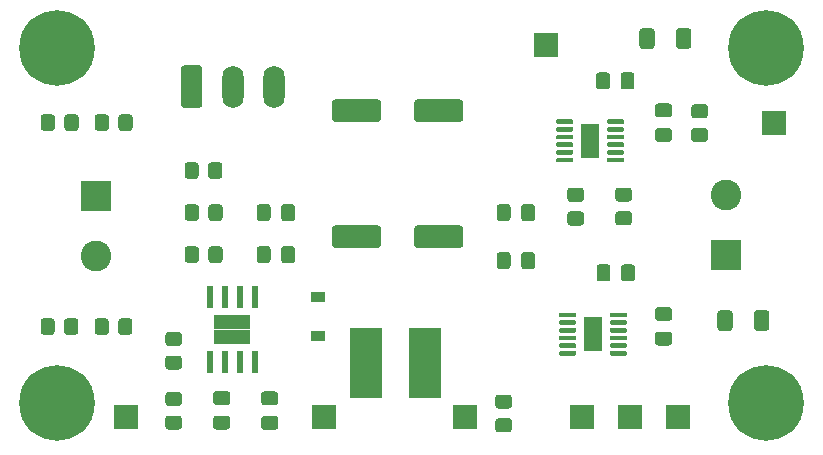
<source format=gts>
%TF.GenerationSoftware,KiCad,Pcbnew,5.1.10*%
%TF.CreationDate,2021-11-24T11:16:06-05:00*%
%TF.ProjectId,power_board,706f7765-725f-4626-9f61-72642e6b6963,rev?*%
%TF.SameCoordinates,Original*%
%TF.FileFunction,Soldermask,Top*%
%TF.FilePolarity,Negative*%
%FSLAX46Y46*%
G04 Gerber Fmt 4.6, Leading zero omitted, Abs format (unit mm)*
G04 Created by KiCad (PCBNEW 5.1.10) date 2021-11-24 11:16:06*
%MOMM*%
%LPD*%
G01*
G04 APERTURE LIST*
%ADD10C,6.400000*%
%ADD11R,1.650000X2.850000*%
%ADD12R,0.610000X1.910000*%
%ADD13R,1.550000X1.205000*%
%ADD14R,2.000000X2.000000*%
%ADD15R,2.700000X6.000000*%
%ADD16O,1.800000X3.600000*%
%ADD17C,2.600000*%
%ADD18R,2.600000X2.600000*%
%ADD19R,1.200000X0.900000*%
G04 APERTURE END LIST*
D10*
%TO.C,REF\u002A\u002A*%
X167000000Y-92250000D03*
%TD*%
%TO.C,REF\u002A\u002A*%
X167000000Y-122250000D03*
%TD*%
%TO.C,REF\u002A\u002A*%
X107000000Y-122250000D03*
%TD*%
%TO.C,REF\u002A\u002A*%
X107000000Y-92250000D03*
%TD*%
%TO.C,R12*%
G36*
G01*
X154489999Y-104048000D02*
X155390001Y-104048000D01*
G75*
G02*
X155640000Y-104297999I0J-249999D01*
G01*
X155640000Y-104998001D01*
G75*
G02*
X155390001Y-105248000I-249999J0D01*
G01*
X154489999Y-105248000D01*
G75*
G02*
X154240000Y-104998001I0J249999D01*
G01*
X154240000Y-104297999D01*
G75*
G02*
X154489999Y-104048000I249999J0D01*
G01*
G37*
G36*
G01*
X154489999Y-106048000D02*
X155390001Y-106048000D01*
G75*
G02*
X155640000Y-106297999I0J-249999D01*
G01*
X155640000Y-106998001D01*
G75*
G02*
X155390001Y-107248000I-249999J0D01*
G01*
X154489999Y-107248000D01*
G75*
G02*
X154240000Y-106998001I0J249999D01*
G01*
X154240000Y-106297999D01*
G75*
G02*
X154489999Y-106048000I249999J0D01*
G01*
G37*
%TD*%
%TO.C,C11*%
G36*
G01*
X155857700Y-94546400D02*
X155857700Y-95496400D01*
G75*
G02*
X155607700Y-95746400I-250000J0D01*
G01*
X154932700Y-95746400D01*
G75*
G02*
X154682700Y-95496400I0J250000D01*
G01*
X154682700Y-94546400D01*
G75*
G02*
X154932700Y-94296400I250000J0D01*
G01*
X155607700Y-94296400D01*
G75*
G02*
X155857700Y-94546400I0J-250000D01*
G01*
G37*
G36*
G01*
X153782700Y-94546400D02*
X153782700Y-95496400D01*
G75*
G02*
X153532700Y-95746400I-250000J0D01*
G01*
X152857700Y-95746400D01*
G75*
G02*
X152607700Y-95496400I0J250000D01*
G01*
X152607700Y-94546400D01*
G75*
G02*
X152857700Y-94296400I250000J0D01*
G01*
X153532700Y-94296400D01*
G75*
G02*
X153782700Y-94546400I0J-250000D01*
G01*
G37*
%TD*%
%TO.C,C9*%
G36*
G01*
X158793200Y-117427500D02*
X157843200Y-117427500D01*
G75*
G02*
X157593200Y-117177500I0J250000D01*
G01*
X157593200Y-116502500D01*
G75*
G02*
X157843200Y-116252500I250000J0D01*
G01*
X158793200Y-116252500D01*
G75*
G02*
X159043200Y-116502500I0J-250000D01*
G01*
X159043200Y-117177500D01*
G75*
G02*
X158793200Y-117427500I-250000J0D01*
G01*
G37*
G36*
G01*
X158793200Y-115352500D02*
X157843200Y-115352500D01*
G75*
G02*
X157593200Y-115102500I0J250000D01*
G01*
X157593200Y-114427500D01*
G75*
G02*
X157843200Y-114177500I250000J0D01*
G01*
X158793200Y-114177500D01*
G75*
G02*
X159043200Y-114427500I0J-250000D01*
G01*
X159043200Y-115102500D01*
G75*
G02*
X158793200Y-115352500I-250000J0D01*
G01*
G37*
%TD*%
%TO.C,C12*%
G36*
G01*
X155900700Y-110802400D02*
X155900700Y-111752400D01*
G75*
G02*
X155650700Y-112002400I-250000J0D01*
G01*
X154975700Y-112002400D01*
G75*
G02*
X154725700Y-111752400I0J250000D01*
G01*
X154725700Y-110802400D01*
G75*
G02*
X154975700Y-110552400I250000J0D01*
G01*
X155650700Y-110552400D01*
G75*
G02*
X155900700Y-110802400I0J-250000D01*
G01*
G37*
G36*
G01*
X153825700Y-110802400D02*
X153825700Y-111752400D01*
G75*
G02*
X153575700Y-112002400I-250000J0D01*
G01*
X152900700Y-112002400D01*
G75*
G02*
X152650700Y-111752400I0J250000D01*
G01*
X152650700Y-110802400D01*
G75*
G02*
X152900700Y-110552400I250000J0D01*
G01*
X153575700Y-110552400D01*
G75*
G02*
X153825700Y-110802400I0J-250000D01*
G01*
G37*
%TD*%
%TO.C,C10*%
G36*
G01*
X144192500Y-110711000D02*
X144192500Y-109761000D01*
G75*
G02*
X144442500Y-109511000I250000J0D01*
G01*
X145117500Y-109511000D01*
G75*
G02*
X145367500Y-109761000I0J-250000D01*
G01*
X145367500Y-110711000D01*
G75*
G02*
X145117500Y-110961000I-250000J0D01*
G01*
X144442500Y-110961000D01*
G75*
G02*
X144192500Y-110711000I0J250000D01*
G01*
G37*
G36*
G01*
X146267500Y-110711000D02*
X146267500Y-109761000D01*
G75*
G02*
X146517500Y-109511000I250000J0D01*
G01*
X147192500Y-109511000D01*
G75*
G02*
X147442500Y-109761000I0J-250000D01*
G01*
X147442500Y-110711000D01*
G75*
G02*
X147192500Y-110961000I-250000J0D01*
G01*
X146517500Y-110961000D01*
G75*
G02*
X146267500Y-110711000I0J250000D01*
G01*
G37*
%TD*%
%TO.C,C7*%
G36*
G01*
X144192500Y-106647000D02*
X144192500Y-105697000D01*
G75*
G02*
X144442500Y-105447000I250000J0D01*
G01*
X145117500Y-105447000D01*
G75*
G02*
X145367500Y-105697000I0J-250000D01*
G01*
X145367500Y-106647000D01*
G75*
G02*
X145117500Y-106897000I-250000J0D01*
G01*
X144442500Y-106897000D01*
G75*
G02*
X144192500Y-106647000I0J250000D01*
G01*
G37*
G36*
G01*
X146267500Y-106647000D02*
X146267500Y-105697000D01*
G75*
G02*
X146517500Y-105447000I250000J0D01*
G01*
X147192500Y-105447000D01*
G75*
G02*
X147442500Y-105697000I0J-250000D01*
G01*
X147442500Y-106647000D01*
G75*
G02*
X147192500Y-106897000I-250000J0D01*
G01*
X146517500Y-106897000D01*
G75*
G02*
X146267500Y-106647000I0J250000D01*
G01*
G37*
%TD*%
%TO.C,C2*%
G36*
G01*
X123872500Y-110203000D02*
X123872500Y-109253000D01*
G75*
G02*
X124122500Y-109003000I250000J0D01*
G01*
X124797500Y-109003000D01*
G75*
G02*
X125047500Y-109253000I0J-250000D01*
G01*
X125047500Y-110203000D01*
G75*
G02*
X124797500Y-110453000I-250000J0D01*
G01*
X124122500Y-110453000D01*
G75*
G02*
X123872500Y-110203000I0J250000D01*
G01*
G37*
G36*
G01*
X125947500Y-110203000D02*
X125947500Y-109253000D01*
G75*
G02*
X126197500Y-109003000I250000J0D01*
G01*
X126872500Y-109003000D01*
G75*
G02*
X127122500Y-109253000I0J-250000D01*
G01*
X127122500Y-110203000D01*
G75*
G02*
X126872500Y-110453000I-250000J0D01*
G01*
X126197500Y-110453000D01*
G75*
G02*
X125947500Y-110203000I0J250000D01*
G01*
G37*
%TD*%
%TO.C,C1*%
G36*
G01*
X125947500Y-106647000D02*
X125947500Y-105697000D01*
G75*
G02*
X126197500Y-105447000I250000J0D01*
G01*
X126872500Y-105447000D01*
G75*
G02*
X127122500Y-105697000I0J-250000D01*
G01*
X127122500Y-106647000D01*
G75*
G02*
X126872500Y-106897000I-250000J0D01*
G01*
X126197500Y-106897000D01*
G75*
G02*
X125947500Y-106647000I0J250000D01*
G01*
G37*
G36*
G01*
X123872500Y-106647000D02*
X123872500Y-105697000D01*
G75*
G02*
X124122500Y-105447000I250000J0D01*
G01*
X124797500Y-105447000D01*
G75*
G02*
X125047500Y-105697000I0J-250000D01*
G01*
X125047500Y-106647000D01*
G75*
G02*
X124797500Y-106897000I-250000J0D01*
G01*
X124122500Y-106897000D01*
G75*
G02*
X123872500Y-106647000I0J250000D01*
G01*
G37*
%TD*%
D11*
%TO.C,U3*%
X152349200Y-116458400D03*
G36*
G01*
X153774200Y-114933400D02*
X153774200Y-114733400D01*
G75*
G02*
X153874200Y-114633400I100000J0D01*
G01*
X155124200Y-114633400D01*
G75*
G02*
X155224200Y-114733400I0J-100000D01*
G01*
X155224200Y-114933400D01*
G75*
G02*
X155124200Y-115033400I-100000J0D01*
G01*
X153874200Y-115033400D01*
G75*
G02*
X153774200Y-114933400I0J100000D01*
G01*
G37*
G36*
G01*
X153774200Y-115583400D02*
X153774200Y-115383400D01*
G75*
G02*
X153874200Y-115283400I100000J0D01*
G01*
X155124200Y-115283400D01*
G75*
G02*
X155224200Y-115383400I0J-100000D01*
G01*
X155224200Y-115583400D01*
G75*
G02*
X155124200Y-115683400I-100000J0D01*
G01*
X153874200Y-115683400D01*
G75*
G02*
X153774200Y-115583400I0J100000D01*
G01*
G37*
G36*
G01*
X153774200Y-116233400D02*
X153774200Y-116033400D01*
G75*
G02*
X153874200Y-115933400I100000J0D01*
G01*
X155124200Y-115933400D01*
G75*
G02*
X155224200Y-116033400I0J-100000D01*
G01*
X155224200Y-116233400D01*
G75*
G02*
X155124200Y-116333400I-100000J0D01*
G01*
X153874200Y-116333400D01*
G75*
G02*
X153774200Y-116233400I0J100000D01*
G01*
G37*
G36*
G01*
X153774200Y-116883400D02*
X153774200Y-116683400D01*
G75*
G02*
X153874200Y-116583400I100000J0D01*
G01*
X155124200Y-116583400D01*
G75*
G02*
X155224200Y-116683400I0J-100000D01*
G01*
X155224200Y-116883400D01*
G75*
G02*
X155124200Y-116983400I-100000J0D01*
G01*
X153874200Y-116983400D01*
G75*
G02*
X153774200Y-116883400I0J100000D01*
G01*
G37*
G36*
G01*
X153774200Y-117533400D02*
X153774200Y-117333400D01*
G75*
G02*
X153874200Y-117233400I100000J0D01*
G01*
X155124200Y-117233400D01*
G75*
G02*
X155224200Y-117333400I0J-100000D01*
G01*
X155224200Y-117533400D01*
G75*
G02*
X155124200Y-117633400I-100000J0D01*
G01*
X153874200Y-117633400D01*
G75*
G02*
X153774200Y-117533400I0J100000D01*
G01*
G37*
G36*
G01*
X153774200Y-118183400D02*
X153774200Y-117983400D01*
G75*
G02*
X153874200Y-117883400I100000J0D01*
G01*
X155124200Y-117883400D01*
G75*
G02*
X155224200Y-117983400I0J-100000D01*
G01*
X155224200Y-118183400D01*
G75*
G02*
X155124200Y-118283400I-100000J0D01*
G01*
X153874200Y-118283400D01*
G75*
G02*
X153774200Y-118183400I0J100000D01*
G01*
G37*
G36*
G01*
X149474200Y-118183400D02*
X149474200Y-117983400D01*
G75*
G02*
X149574200Y-117883400I100000J0D01*
G01*
X150824200Y-117883400D01*
G75*
G02*
X150924200Y-117983400I0J-100000D01*
G01*
X150924200Y-118183400D01*
G75*
G02*
X150824200Y-118283400I-100000J0D01*
G01*
X149574200Y-118283400D01*
G75*
G02*
X149474200Y-118183400I0J100000D01*
G01*
G37*
G36*
G01*
X149474200Y-117533400D02*
X149474200Y-117333400D01*
G75*
G02*
X149574200Y-117233400I100000J0D01*
G01*
X150824200Y-117233400D01*
G75*
G02*
X150924200Y-117333400I0J-100000D01*
G01*
X150924200Y-117533400D01*
G75*
G02*
X150824200Y-117633400I-100000J0D01*
G01*
X149574200Y-117633400D01*
G75*
G02*
X149474200Y-117533400I0J100000D01*
G01*
G37*
G36*
G01*
X149474200Y-116883400D02*
X149474200Y-116683400D01*
G75*
G02*
X149574200Y-116583400I100000J0D01*
G01*
X150824200Y-116583400D01*
G75*
G02*
X150924200Y-116683400I0J-100000D01*
G01*
X150924200Y-116883400D01*
G75*
G02*
X150824200Y-116983400I-100000J0D01*
G01*
X149574200Y-116983400D01*
G75*
G02*
X149474200Y-116883400I0J100000D01*
G01*
G37*
G36*
G01*
X149474200Y-116233400D02*
X149474200Y-116033400D01*
G75*
G02*
X149574200Y-115933400I100000J0D01*
G01*
X150824200Y-115933400D01*
G75*
G02*
X150924200Y-116033400I0J-100000D01*
G01*
X150924200Y-116233400D01*
G75*
G02*
X150824200Y-116333400I-100000J0D01*
G01*
X149574200Y-116333400D01*
G75*
G02*
X149474200Y-116233400I0J100000D01*
G01*
G37*
G36*
G01*
X149474200Y-115583400D02*
X149474200Y-115383400D01*
G75*
G02*
X149574200Y-115283400I100000J0D01*
G01*
X150824200Y-115283400D01*
G75*
G02*
X150924200Y-115383400I0J-100000D01*
G01*
X150924200Y-115583400D01*
G75*
G02*
X150824200Y-115683400I-100000J0D01*
G01*
X149574200Y-115683400D01*
G75*
G02*
X149474200Y-115583400I0J100000D01*
G01*
G37*
G36*
G01*
X149474200Y-114933400D02*
X149474200Y-114733400D01*
G75*
G02*
X149574200Y-114633400I100000J0D01*
G01*
X150824200Y-114633400D01*
G75*
G02*
X150924200Y-114733400I0J-100000D01*
G01*
X150924200Y-114933400D01*
G75*
G02*
X150824200Y-115033400I-100000J0D01*
G01*
X149574200Y-115033400D01*
G75*
G02*
X149474200Y-114933400I0J100000D01*
G01*
G37*
%TD*%
%TO.C,U2*%
X152104200Y-100101400D03*
G36*
G01*
X153529200Y-98576400D02*
X153529200Y-98376400D01*
G75*
G02*
X153629200Y-98276400I100000J0D01*
G01*
X154879200Y-98276400D01*
G75*
G02*
X154979200Y-98376400I0J-100000D01*
G01*
X154979200Y-98576400D01*
G75*
G02*
X154879200Y-98676400I-100000J0D01*
G01*
X153629200Y-98676400D01*
G75*
G02*
X153529200Y-98576400I0J100000D01*
G01*
G37*
G36*
G01*
X153529200Y-99226400D02*
X153529200Y-99026400D01*
G75*
G02*
X153629200Y-98926400I100000J0D01*
G01*
X154879200Y-98926400D01*
G75*
G02*
X154979200Y-99026400I0J-100000D01*
G01*
X154979200Y-99226400D01*
G75*
G02*
X154879200Y-99326400I-100000J0D01*
G01*
X153629200Y-99326400D01*
G75*
G02*
X153529200Y-99226400I0J100000D01*
G01*
G37*
G36*
G01*
X153529200Y-99876400D02*
X153529200Y-99676400D01*
G75*
G02*
X153629200Y-99576400I100000J0D01*
G01*
X154879200Y-99576400D01*
G75*
G02*
X154979200Y-99676400I0J-100000D01*
G01*
X154979200Y-99876400D01*
G75*
G02*
X154879200Y-99976400I-100000J0D01*
G01*
X153629200Y-99976400D01*
G75*
G02*
X153529200Y-99876400I0J100000D01*
G01*
G37*
G36*
G01*
X153529200Y-100526400D02*
X153529200Y-100326400D01*
G75*
G02*
X153629200Y-100226400I100000J0D01*
G01*
X154879200Y-100226400D01*
G75*
G02*
X154979200Y-100326400I0J-100000D01*
G01*
X154979200Y-100526400D01*
G75*
G02*
X154879200Y-100626400I-100000J0D01*
G01*
X153629200Y-100626400D01*
G75*
G02*
X153529200Y-100526400I0J100000D01*
G01*
G37*
G36*
G01*
X153529200Y-101176400D02*
X153529200Y-100976400D01*
G75*
G02*
X153629200Y-100876400I100000J0D01*
G01*
X154879200Y-100876400D01*
G75*
G02*
X154979200Y-100976400I0J-100000D01*
G01*
X154979200Y-101176400D01*
G75*
G02*
X154879200Y-101276400I-100000J0D01*
G01*
X153629200Y-101276400D01*
G75*
G02*
X153529200Y-101176400I0J100000D01*
G01*
G37*
G36*
G01*
X153529200Y-101826400D02*
X153529200Y-101626400D01*
G75*
G02*
X153629200Y-101526400I100000J0D01*
G01*
X154879200Y-101526400D01*
G75*
G02*
X154979200Y-101626400I0J-100000D01*
G01*
X154979200Y-101826400D01*
G75*
G02*
X154879200Y-101926400I-100000J0D01*
G01*
X153629200Y-101926400D01*
G75*
G02*
X153529200Y-101826400I0J100000D01*
G01*
G37*
G36*
G01*
X149229200Y-101826400D02*
X149229200Y-101626400D01*
G75*
G02*
X149329200Y-101526400I100000J0D01*
G01*
X150579200Y-101526400D01*
G75*
G02*
X150679200Y-101626400I0J-100000D01*
G01*
X150679200Y-101826400D01*
G75*
G02*
X150579200Y-101926400I-100000J0D01*
G01*
X149329200Y-101926400D01*
G75*
G02*
X149229200Y-101826400I0J100000D01*
G01*
G37*
G36*
G01*
X149229200Y-101176400D02*
X149229200Y-100976400D01*
G75*
G02*
X149329200Y-100876400I100000J0D01*
G01*
X150579200Y-100876400D01*
G75*
G02*
X150679200Y-100976400I0J-100000D01*
G01*
X150679200Y-101176400D01*
G75*
G02*
X150579200Y-101276400I-100000J0D01*
G01*
X149329200Y-101276400D01*
G75*
G02*
X149229200Y-101176400I0J100000D01*
G01*
G37*
G36*
G01*
X149229200Y-100526400D02*
X149229200Y-100326400D01*
G75*
G02*
X149329200Y-100226400I100000J0D01*
G01*
X150579200Y-100226400D01*
G75*
G02*
X150679200Y-100326400I0J-100000D01*
G01*
X150679200Y-100526400D01*
G75*
G02*
X150579200Y-100626400I-100000J0D01*
G01*
X149329200Y-100626400D01*
G75*
G02*
X149229200Y-100526400I0J100000D01*
G01*
G37*
G36*
G01*
X149229200Y-99876400D02*
X149229200Y-99676400D01*
G75*
G02*
X149329200Y-99576400I100000J0D01*
G01*
X150579200Y-99576400D01*
G75*
G02*
X150679200Y-99676400I0J-100000D01*
G01*
X150679200Y-99876400D01*
G75*
G02*
X150579200Y-99976400I-100000J0D01*
G01*
X149329200Y-99976400D01*
G75*
G02*
X149229200Y-99876400I0J100000D01*
G01*
G37*
G36*
G01*
X149229200Y-99226400D02*
X149229200Y-99026400D01*
G75*
G02*
X149329200Y-98926400I100000J0D01*
G01*
X150579200Y-98926400D01*
G75*
G02*
X150679200Y-99026400I0J-100000D01*
G01*
X150679200Y-99226400D01*
G75*
G02*
X150579200Y-99326400I-100000J0D01*
G01*
X149329200Y-99326400D01*
G75*
G02*
X149229200Y-99226400I0J100000D01*
G01*
G37*
G36*
G01*
X149229200Y-98576400D02*
X149229200Y-98376400D01*
G75*
G02*
X149329200Y-98276400I100000J0D01*
G01*
X150579200Y-98276400D01*
G75*
G02*
X150679200Y-98376400I0J-100000D01*
G01*
X150679200Y-98576400D01*
G75*
G02*
X150579200Y-98676400I-100000J0D01*
G01*
X149329200Y-98676400D01*
G75*
G02*
X149229200Y-98576400I0J100000D01*
G01*
G37*
%TD*%
D12*
%TO.C,U1*%
X123698000Y-113284000D03*
X122428000Y-113284000D03*
X121158000Y-113284000D03*
X119888000Y-113284000D03*
X119888000Y-118844000D03*
X121158000Y-118844000D03*
X122428000Y-118844000D03*
X123698000Y-118844000D03*
D13*
X121018000Y-116666500D03*
X122568000Y-116666500D03*
X121018000Y-115461500D03*
X122568000Y-115461500D03*
%TD*%
D14*
%TO.C,TP8*%
X112776000Y-123444000D03*
%TD*%
%TO.C,TP7*%
X151384000Y-123444000D03*
%TD*%
%TO.C,TP6*%
X167640000Y-98552000D03*
%TD*%
%TO.C,TP5*%
X159512000Y-123444000D03*
%TD*%
%TO.C,TP4*%
X148336000Y-91948000D03*
%TD*%
%TO.C,TP3*%
X155448000Y-123444000D03*
%TD*%
%TO.C,TP2*%
X129540000Y-123444000D03*
%TD*%
%TO.C,TP1*%
X141478000Y-123444000D03*
%TD*%
%TO.C,R15*%
G36*
G01*
X117290001Y-119472000D02*
X116389999Y-119472000D01*
G75*
G02*
X116140000Y-119222001I0J249999D01*
G01*
X116140000Y-118521999D01*
G75*
G02*
X116389999Y-118272000I249999J0D01*
G01*
X117290001Y-118272000D01*
G75*
G02*
X117540000Y-118521999I0J-249999D01*
G01*
X117540000Y-119222001D01*
G75*
G02*
X117290001Y-119472000I-249999J0D01*
G01*
G37*
G36*
G01*
X117290001Y-117472000D02*
X116389999Y-117472000D01*
G75*
G02*
X116140000Y-117222001I0J249999D01*
G01*
X116140000Y-116521999D01*
G75*
G02*
X116389999Y-116272000I249999J0D01*
G01*
X117290001Y-116272000D01*
G75*
G02*
X117540000Y-116521999I0J-249999D01*
G01*
X117540000Y-117222001D01*
G75*
G02*
X117290001Y-117472000I-249999J0D01*
G01*
G37*
%TD*%
%TO.C,R14*%
G36*
G01*
X116389999Y-121352000D02*
X117290001Y-121352000D01*
G75*
G02*
X117540000Y-121601999I0J-249999D01*
G01*
X117540000Y-122302001D01*
G75*
G02*
X117290001Y-122552000I-249999J0D01*
G01*
X116389999Y-122552000D01*
G75*
G02*
X116140000Y-122302001I0J249999D01*
G01*
X116140000Y-121601999D01*
G75*
G02*
X116389999Y-121352000I249999J0D01*
G01*
G37*
G36*
G01*
X116389999Y-123352000D02*
X117290001Y-123352000D01*
G75*
G02*
X117540000Y-123601999I0J-249999D01*
G01*
X117540000Y-124302001D01*
G75*
G02*
X117290001Y-124552000I-249999J0D01*
G01*
X116389999Y-124552000D01*
G75*
G02*
X116140000Y-124302001I0J249999D01*
G01*
X116140000Y-123601999D01*
G75*
G02*
X116389999Y-123352000I249999J0D01*
G01*
G37*
%TD*%
%TO.C,R13*%
G36*
G01*
X144329999Y-121574000D02*
X145230001Y-121574000D01*
G75*
G02*
X145480000Y-121823999I0J-249999D01*
G01*
X145480000Y-122524001D01*
G75*
G02*
X145230001Y-122774000I-249999J0D01*
G01*
X144329999Y-122774000D01*
G75*
G02*
X144080000Y-122524001I0J249999D01*
G01*
X144080000Y-121823999D01*
G75*
G02*
X144329999Y-121574000I249999J0D01*
G01*
G37*
G36*
G01*
X144329999Y-123574000D02*
X145230001Y-123574000D01*
G75*
G02*
X145480000Y-123823999I0J-249999D01*
G01*
X145480000Y-124524001D01*
G75*
G02*
X145230001Y-124774000I-249999J0D01*
G01*
X144329999Y-124774000D01*
G75*
G02*
X144080000Y-124524001I0J249999D01*
G01*
X144080000Y-123823999D01*
G75*
G02*
X144329999Y-123574000I249999J0D01*
G01*
G37*
%TD*%
%TO.C,R11*%
G36*
G01*
X167274000Y-114691000D02*
X167274000Y-115941000D01*
G75*
G02*
X167024000Y-116191000I-250000J0D01*
G01*
X166224000Y-116191000D01*
G75*
G02*
X165974000Y-115941000I0J250000D01*
G01*
X165974000Y-114691000D01*
G75*
G02*
X166224000Y-114441000I250000J0D01*
G01*
X167024000Y-114441000D01*
G75*
G02*
X167274000Y-114691000I0J-250000D01*
G01*
G37*
G36*
G01*
X164174000Y-114691000D02*
X164174000Y-115941000D01*
G75*
G02*
X163924000Y-116191000I-250000J0D01*
G01*
X163124000Y-116191000D01*
G75*
G02*
X162874000Y-115941000I0J250000D01*
G01*
X162874000Y-114691000D01*
G75*
G02*
X163124000Y-114441000I250000J0D01*
G01*
X163924000Y-114441000D01*
G75*
G02*
X164174000Y-114691000I0J-250000D01*
G01*
G37*
%TD*%
%TO.C,R10*%
G36*
G01*
X156270000Y-92065000D02*
X156270000Y-90815000D01*
G75*
G02*
X156520000Y-90565000I250000J0D01*
G01*
X157320000Y-90565000D01*
G75*
G02*
X157570000Y-90815000I0J-250000D01*
G01*
X157570000Y-92065000D01*
G75*
G02*
X157320000Y-92315000I-250000J0D01*
G01*
X156520000Y-92315000D01*
G75*
G02*
X156270000Y-92065000I0J250000D01*
G01*
G37*
G36*
G01*
X159370000Y-92065000D02*
X159370000Y-90815000D01*
G75*
G02*
X159620000Y-90565000I250000J0D01*
G01*
X160420000Y-90565000D01*
G75*
G02*
X160670000Y-90815000I0J-250000D01*
G01*
X160670000Y-92065000D01*
G75*
G02*
X160420000Y-92315000I-250000J0D01*
G01*
X159620000Y-92315000D01*
G75*
G02*
X159370000Y-92065000I0J250000D01*
G01*
G37*
%TD*%
%TO.C,R9*%
G36*
G01*
X120980000Y-109277999D02*
X120980000Y-110178001D01*
G75*
G02*
X120730001Y-110428000I-249999J0D01*
G01*
X120029999Y-110428000D01*
G75*
G02*
X119780000Y-110178001I0J249999D01*
G01*
X119780000Y-109277999D01*
G75*
G02*
X120029999Y-109028000I249999J0D01*
G01*
X120730001Y-109028000D01*
G75*
G02*
X120980000Y-109277999I0J-249999D01*
G01*
G37*
G36*
G01*
X118980000Y-109277999D02*
X118980000Y-110178001D01*
G75*
G02*
X118730001Y-110428000I-249999J0D01*
G01*
X118029999Y-110428000D01*
G75*
G02*
X117780000Y-110178001I0J249999D01*
G01*
X117780000Y-109277999D01*
G75*
G02*
X118029999Y-109028000I249999J0D01*
G01*
X118730001Y-109028000D01*
G75*
G02*
X118980000Y-109277999I0J-249999D01*
G01*
G37*
%TD*%
%TO.C,R8*%
G36*
G01*
X117764000Y-103066001D02*
X117764000Y-102165999D01*
G75*
G02*
X118013999Y-101916000I249999J0D01*
G01*
X118714001Y-101916000D01*
G75*
G02*
X118964000Y-102165999I0J-249999D01*
G01*
X118964000Y-103066001D01*
G75*
G02*
X118714001Y-103316000I-249999J0D01*
G01*
X118013999Y-103316000D01*
G75*
G02*
X117764000Y-103066001I0J249999D01*
G01*
G37*
G36*
G01*
X119764000Y-103066001D02*
X119764000Y-102165999D01*
G75*
G02*
X120013999Y-101916000I249999J0D01*
G01*
X120714001Y-101916000D01*
G75*
G02*
X120964000Y-102165999I0J-249999D01*
G01*
X120964000Y-103066001D01*
G75*
G02*
X120714001Y-103316000I-249999J0D01*
G01*
X120013999Y-103316000D01*
G75*
G02*
X119764000Y-103066001I0J249999D01*
G01*
G37*
%TD*%
%TO.C,R7*%
G36*
G01*
X117780000Y-106622001D02*
X117780000Y-105721999D01*
G75*
G02*
X118029999Y-105472000I249999J0D01*
G01*
X118730001Y-105472000D01*
G75*
G02*
X118980000Y-105721999I0J-249999D01*
G01*
X118980000Y-106622001D01*
G75*
G02*
X118730001Y-106872000I-249999J0D01*
G01*
X118029999Y-106872000D01*
G75*
G02*
X117780000Y-106622001I0J249999D01*
G01*
G37*
G36*
G01*
X119780000Y-106622001D02*
X119780000Y-105721999D01*
G75*
G02*
X120029999Y-105472000I249999J0D01*
G01*
X120730001Y-105472000D01*
G75*
G02*
X120980000Y-105721999I0J-249999D01*
G01*
X120980000Y-106622001D01*
G75*
G02*
X120730001Y-106872000I-249999J0D01*
G01*
X120029999Y-106872000D01*
G75*
G02*
X119780000Y-106622001I0J249999D01*
G01*
G37*
%TD*%
%TO.C,R6*%
G36*
G01*
X106788000Y-98101999D02*
X106788000Y-99002001D01*
G75*
G02*
X106538001Y-99252000I-249999J0D01*
G01*
X105837999Y-99252000D01*
G75*
G02*
X105588000Y-99002001I0J249999D01*
G01*
X105588000Y-98101999D01*
G75*
G02*
X105837999Y-97852000I249999J0D01*
G01*
X106538001Y-97852000D01*
G75*
G02*
X106788000Y-98101999I0J-249999D01*
G01*
G37*
G36*
G01*
X108788000Y-98101999D02*
X108788000Y-99002001D01*
G75*
G02*
X108538001Y-99252000I-249999J0D01*
G01*
X107837999Y-99252000D01*
G75*
G02*
X107588000Y-99002001I0J249999D01*
G01*
X107588000Y-98101999D01*
G75*
G02*
X107837999Y-97852000I249999J0D01*
G01*
X108538001Y-97852000D01*
G75*
G02*
X108788000Y-98101999I0J-249999D01*
G01*
G37*
%TD*%
%TO.C,R5*%
G36*
G01*
X112160000Y-99002001D02*
X112160000Y-98101999D01*
G75*
G02*
X112409999Y-97852000I249999J0D01*
G01*
X113110001Y-97852000D01*
G75*
G02*
X113360000Y-98101999I0J-249999D01*
G01*
X113360000Y-99002001D01*
G75*
G02*
X113110001Y-99252000I-249999J0D01*
G01*
X112409999Y-99252000D01*
G75*
G02*
X112160000Y-99002001I0J249999D01*
G01*
G37*
G36*
G01*
X110160000Y-99002001D02*
X110160000Y-98101999D01*
G75*
G02*
X110409999Y-97852000I249999J0D01*
G01*
X111110001Y-97852000D01*
G75*
G02*
X111360000Y-98101999I0J-249999D01*
G01*
X111360000Y-99002001D01*
G75*
G02*
X111110001Y-99252000I-249999J0D01*
G01*
X110409999Y-99252000D01*
G75*
G02*
X110160000Y-99002001I0J249999D01*
G01*
G37*
%TD*%
%TO.C,R4*%
G36*
G01*
X106772000Y-115373999D02*
X106772000Y-116274001D01*
G75*
G02*
X106522001Y-116524000I-249999J0D01*
G01*
X105821999Y-116524000D01*
G75*
G02*
X105572000Y-116274001I0J249999D01*
G01*
X105572000Y-115373999D01*
G75*
G02*
X105821999Y-115124000I249999J0D01*
G01*
X106522001Y-115124000D01*
G75*
G02*
X106772000Y-115373999I0J-249999D01*
G01*
G37*
G36*
G01*
X108772000Y-115373999D02*
X108772000Y-116274001D01*
G75*
G02*
X108522001Y-116524000I-249999J0D01*
G01*
X107821999Y-116524000D01*
G75*
G02*
X107572000Y-116274001I0J249999D01*
G01*
X107572000Y-115373999D01*
G75*
G02*
X107821999Y-115124000I249999J0D01*
G01*
X108522001Y-115124000D01*
G75*
G02*
X108772000Y-115373999I0J-249999D01*
G01*
G37*
%TD*%
%TO.C,R3*%
G36*
G01*
X112152000Y-116274001D02*
X112152000Y-115373999D01*
G75*
G02*
X112401999Y-115124000I249999J0D01*
G01*
X113102001Y-115124000D01*
G75*
G02*
X113352000Y-115373999I0J-249999D01*
G01*
X113352000Y-116274001D01*
G75*
G02*
X113102001Y-116524000I-249999J0D01*
G01*
X112401999Y-116524000D01*
G75*
G02*
X112152000Y-116274001I0J249999D01*
G01*
G37*
G36*
G01*
X110152000Y-116274001D02*
X110152000Y-115373999D01*
G75*
G02*
X110401999Y-115124000I249999J0D01*
G01*
X111102001Y-115124000D01*
G75*
G02*
X111352000Y-115373999I0J-249999D01*
G01*
X111352000Y-116274001D01*
G75*
G02*
X111102001Y-116524000I-249999J0D01*
G01*
X110401999Y-116524000D01*
G75*
G02*
X110152000Y-116274001I0J249999D01*
G01*
G37*
%TD*%
%TO.C,R2*%
G36*
G01*
X161816201Y-100193400D02*
X160916199Y-100193400D01*
G75*
G02*
X160666200Y-99943401I0J249999D01*
G01*
X160666200Y-99243399D01*
G75*
G02*
X160916199Y-98993400I249999J0D01*
G01*
X161816201Y-98993400D01*
G75*
G02*
X162066200Y-99243399I0J-249999D01*
G01*
X162066200Y-99943401D01*
G75*
G02*
X161816201Y-100193400I-249999J0D01*
G01*
G37*
G36*
G01*
X161816201Y-98193400D02*
X160916199Y-98193400D01*
G75*
G02*
X160666200Y-97943401I0J249999D01*
G01*
X160666200Y-97243399D01*
G75*
G02*
X160916199Y-96993400I249999J0D01*
G01*
X161816201Y-96993400D01*
G75*
G02*
X162066200Y-97243399I0J-249999D01*
G01*
X162066200Y-97943401D01*
G75*
G02*
X161816201Y-98193400I-249999J0D01*
G01*
G37*
%TD*%
%TO.C,R1*%
G36*
G01*
X150425999Y-106064000D02*
X151326001Y-106064000D01*
G75*
G02*
X151576000Y-106313999I0J-249999D01*
G01*
X151576000Y-107014001D01*
G75*
G02*
X151326001Y-107264000I-249999J0D01*
G01*
X150425999Y-107264000D01*
G75*
G02*
X150176000Y-107014001I0J249999D01*
G01*
X150176000Y-106313999D01*
G75*
G02*
X150425999Y-106064000I249999J0D01*
G01*
G37*
G36*
G01*
X150425999Y-104064000D02*
X151326001Y-104064000D01*
G75*
G02*
X151576000Y-104313999I0J-249999D01*
G01*
X151576000Y-105014001D01*
G75*
G02*
X151326001Y-105264000I-249999J0D01*
G01*
X150425999Y-105264000D01*
G75*
G02*
X150176000Y-105014001I0J249999D01*
G01*
X150176000Y-104313999D01*
G75*
G02*
X150425999Y-104064000I249999J0D01*
G01*
G37*
%TD*%
D15*
%TO.C,L1*%
X133096000Y-118872000D03*
X138096000Y-118872000D03*
%TD*%
%TO.C,J3*%
G36*
G01*
X117464000Y-97054000D02*
X117464000Y-93954000D01*
G75*
G02*
X117714000Y-93704000I250000J0D01*
G01*
X119014000Y-93704000D01*
G75*
G02*
X119264000Y-93954000I0J-250000D01*
G01*
X119264000Y-97054000D01*
G75*
G02*
X119014000Y-97304000I-250000J0D01*
G01*
X117714000Y-97304000D01*
G75*
G02*
X117464000Y-97054000I0J250000D01*
G01*
G37*
D16*
X121864000Y-95504000D03*
X125364000Y-95504000D03*
%TD*%
D17*
%TO.C,J2*%
X163576000Y-104648000D03*
D18*
X163576000Y-109728000D03*
%TD*%
D17*
%TO.C,J1*%
X110250000Y-109830000D03*
D18*
X110250000Y-104750000D03*
%TD*%
D19*
%TO.C,D1*%
X129032000Y-116584000D03*
X129032000Y-113284000D03*
%TD*%
%TO.C,C8*%
G36*
G01*
X158793200Y-100180900D02*
X157843200Y-100180900D01*
G75*
G02*
X157593200Y-99930900I0J250000D01*
G01*
X157593200Y-99255900D01*
G75*
G02*
X157843200Y-99005900I250000J0D01*
G01*
X158793200Y-99005900D01*
G75*
G02*
X159043200Y-99255900I0J-250000D01*
G01*
X159043200Y-99930900D01*
G75*
G02*
X158793200Y-100180900I-250000J0D01*
G01*
G37*
G36*
G01*
X158793200Y-98105900D02*
X157843200Y-98105900D01*
G75*
G02*
X157593200Y-97855900I0J250000D01*
G01*
X157593200Y-97180900D01*
G75*
G02*
X157843200Y-96930900I250000J0D01*
G01*
X158793200Y-96930900D01*
G75*
G02*
X159043200Y-97180900I0J-250000D01*
G01*
X159043200Y-97855900D01*
G75*
G02*
X158793200Y-98105900I-250000J0D01*
G01*
G37*
%TD*%
%TO.C,C6*%
G36*
G01*
X141359000Y-107504000D02*
X141359000Y-108904000D01*
G75*
G02*
X141109000Y-109154000I-250000J0D01*
G01*
X137459000Y-109154000D01*
G75*
G02*
X137209000Y-108904000I0J250000D01*
G01*
X137209000Y-107504000D01*
G75*
G02*
X137459000Y-107254000I250000J0D01*
G01*
X141109000Y-107254000D01*
G75*
G02*
X141359000Y-107504000I0J-250000D01*
G01*
G37*
G36*
G01*
X134409000Y-107504000D02*
X134409000Y-108904000D01*
G75*
G02*
X134159000Y-109154000I-250000J0D01*
G01*
X130509000Y-109154000D01*
G75*
G02*
X130259000Y-108904000I0J250000D01*
G01*
X130259000Y-107504000D01*
G75*
G02*
X130509000Y-107254000I250000J0D01*
G01*
X134159000Y-107254000D01*
G75*
G02*
X134409000Y-107504000I0J-250000D01*
G01*
G37*
%TD*%
%TO.C,C5*%
G36*
G01*
X141359000Y-96836000D02*
X141359000Y-98236000D01*
G75*
G02*
X141109000Y-98486000I-250000J0D01*
G01*
X137459000Y-98486000D01*
G75*
G02*
X137209000Y-98236000I0J250000D01*
G01*
X137209000Y-96836000D01*
G75*
G02*
X137459000Y-96586000I250000J0D01*
G01*
X141109000Y-96586000D01*
G75*
G02*
X141359000Y-96836000I0J-250000D01*
G01*
G37*
G36*
G01*
X134409000Y-96836000D02*
X134409000Y-98236000D01*
G75*
G02*
X134159000Y-98486000I-250000J0D01*
G01*
X130509000Y-98486000D01*
G75*
G02*
X130259000Y-98236000I0J250000D01*
G01*
X130259000Y-96836000D01*
G75*
G02*
X130509000Y-96586000I250000J0D01*
G01*
X134159000Y-96586000D01*
G75*
G02*
X134409000Y-96836000I0J-250000D01*
G01*
G37*
%TD*%
%TO.C,C4*%
G36*
G01*
X124493000Y-121311000D02*
X125443000Y-121311000D01*
G75*
G02*
X125693000Y-121561000I0J-250000D01*
G01*
X125693000Y-122236000D01*
G75*
G02*
X125443000Y-122486000I-250000J0D01*
G01*
X124493000Y-122486000D01*
G75*
G02*
X124243000Y-122236000I0J250000D01*
G01*
X124243000Y-121561000D01*
G75*
G02*
X124493000Y-121311000I250000J0D01*
G01*
G37*
G36*
G01*
X124493000Y-123386000D02*
X125443000Y-123386000D01*
G75*
G02*
X125693000Y-123636000I0J-250000D01*
G01*
X125693000Y-124311000D01*
G75*
G02*
X125443000Y-124561000I-250000J0D01*
G01*
X124493000Y-124561000D01*
G75*
G02*
X124243000Y-124311000I0J250000D01*
G01*
X124243000Y-123636000D01*
G75*
G02*
X124493000Y-123386000I250000J0D01*
G01*
G37*
%TD*%
%TO.C,C3*%
G36*
G01*
X120429000Y-121289500D02*
X121379000Y-121289500D01*
G75*
G02*
X121629000Y-121539500I0J-250000D01*
G01*
X121629000Y-122214500D01*
G75*
G02*
X121379000Y-122464500I-250000J0D01*
G01*
X120429000Y-122464500D01*
G75*
G02*
X120179000Y-122214500I0J250000D01*
G01*
X120179000Y-121539500D01*
G75*
G02*
X120429000Y-121289500I250000J0D01*
G01*
G37*
G36*
G01*
X120429000Y-123364500D02*
X121379000Y-123364500D01*
G75*
G02*
X121629000Y-123614500I0J-250000D01*
G01*
X121629000Y-124289500D01*
G75*
G02*
X121379000Y-124539500I-250000J0D01*
G01*
X120429000Y-124539500D01*
G75*
G02*
X120179000Y-124289500I0J250000D01*
G01*
X120179000Y-123614500D01*
G75*
G02*
X120429000Y-123364500I250000J0D01*
G01*
G37*
%TD*%
M02*

</source>
